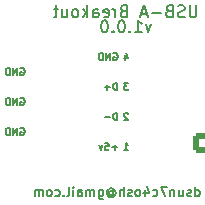
<source format=gbr>
G04 #@! TF.GenerationSoftware,KiCad,Pcbnew,8.0.6*
G04 #@! TF.CreationDate,2025-01-19T08:52:11-05:00*
G04 #@! TF.ProjectId,usbabrkout,75736261-6272-46b6-9f75-742e6b696361,v1.0.0*
G04 #@! TF.SameCoordinates,Original*
G04 #@! TF.FileFunction,Legend,Bot*
G04 #@! TF.FilePolarity,Positive*
%FSLAX46Y46*%
G04 Gerber Fmt 4.6, Leading zero omitted, Abs format (unit mm)*
G04 Created by KiCad (PCBNEW 8.0.6) date 2025-01-19 08:52:11*
%MOMM*%
%LPD*%
G01*
G04 APERTURE LIST*
G04 Aperture macros list*
%AMRoundRect*
0 Rectangle with rounded corners*
0 $1 Rounding radius*
0 $2 $3 $4 $5 $6 $7 $8 $9 X,Y pos of 4 corners*
0 Add a 4 corners polygon primitive as box body*
4,1,4,$2,$3,$4,$5,$6,$7,$8,$9,$2,$3,0*
0 Add four circle primitives for the rounded corners*
1,1,$1+$1,$2,$3*
1,1,$1+$1,$4,$5*
1,1,$1+$1,$6,$7*
1,1,$1+$1,$8,$9*
0 Add four rect primitives between the rounded corners*
20,1,$1+$1,$2,$3,$4,$5,0*
20,1,$1+$1,$4,$5,$6,$7,0*
20,1,$1+$1,$6,$7,$8,$9,0*
20,1,$1+$1,$8,$9,$2,$3,0*%
G04 Aperture macros list end*
%ADD10C,0.150000*%
%ADD11C,0.127000*%
%ADD12C,3.276600*%
%ADD13RoundRect,0.265385X0.610915X-0.610915X0.610915X0.610915X-0.610915X0.610915X-0.610915X-0.610915X0*%
%ADD14C,1.752600*%
%ADD15C,4.701600*%
%ADD16C,1.117600*%
%ADD17C,1.625600*%
G04 APERTURE END LIST*
D10*
X144382856Y-95038152D02*
X144144761Y-95704819D01*
X144144761Y-95704819D02*
X143906666Y-95038152D01*
X143001904Y-95704819D02*
X143573332Y-95704819D01*
X143287618Y-95704819D02*
X143287618Y-94704819D01*
X143287618Y-94704819D02*
X143382856Y-94847676D01*
X143382856Y-94847676D02*
X143478094Y-94942914D01*
X143478094Y-94942914D02*
X143573332Y-94990533D01*
X142573332Y-95609580D02*
X142525713Y-95657200D01*
X142525713Y-95657200D02*
X142573332Y-95704819D01*
X142573332Y-95704819D02*
X142620951Y-95657200D01*
X142620951Y-95657200D02*
X142573332Y-95609580D01*
X142573332Y-95609580D02*
X142573332Y-95704819D01*
X141906666Y-94704819D02*
X141811428Y-94704819D01*
X141811428Y-94704819D02*
X141716190Y-94752438D01*
X141716190Y-94752438D02*
X141668571Y-94800057D01*
X141668571Y-94800057D02*
X141620952Y-94895295D01*
X141620952Y-94895295D02*
X141573333Y-95085771D01*
X141573333Y-95085771D02*
X141573333Y-95323866D01*
X141573333Y-95323866D02*
X141620952Y-95514342D01*
X141620952Y-95514342D02*
X141668571Y-95609580D01*
X141668571Y-95609580D02*
X141716190Y-95657200D01*
X141716190Y-95657200D02*
X141811428Y-95704819D01*
X141811428Y-95704819D02*
X141906666Y-95704819D01*
X141906666Y-95704819D02*
X142001904Y-95657200D01*
X142001904Y-95657200D02*
X142049523Y-95609580D01*
X142049523Y-95609580D02*
X142097142Y-95514342D01*
X142097142Y-95514342D02*
X142144761Y-95323866D01*
X142144761Y-95323866D02*
X142144761Y-95085771D01*
X142144761Y-95085771D02*
X142097142Y-94895295D01*
X142097142Y-94895295D02*
X142049523Y-94800057D01*
X142049523Y-94800057D02*
X142001904Y-94752438D01*
X142001904Y-94752438D02*
X141906666Y-94704819D01*
X141144761Y-95609580D02*
X141097142Y-95657200D01*
X141097142Y-95657200D02*
X141144761Y-95704819D01*
X141144761Y-95704819D02*
X141192380Y-95657200D01*
X141192380Y-95657200D02*
X141144761Y-95609580D01*
X141144761Y-95609580D02*
X141144761Y-95704819D01*
X140478095Y-94704819D02*
X140382857Y-94704819D01*
X140382857Y-94704819D02*
X140287619Y-94752438D01*
X140287619Y-94752438D02*
X140240000Y-94800057D01*
X140240000Y-94800057D02*
X140192381Y-94895295D01*
X140192381Y-94895295D02*
X140144762Y-95085771D01*
X140144762Y-95085771D02*
X140144762Y-95323866D01*
X140144762Y-95323866D02*
X140192381Y-95514342D01*
X140192381Y-95514342D02*
X140240000Y-95609580D01*
X140240000Y-95609580D02*
X140287619Y-95657200D01*
X140287619Y-95657200D02*
X140382857Y-95704819D01*
X140382857Y-95704819D02*
X140478095Y-95704819D01*
X140478095Y-95704819D02*
X140573333Y-95657200D01*
X140573333Y-95657200D02*
X140620952Y-95609580D01*
X140620952Y-95609580D02*
X140668571Y-95514342D01*
X140668571Y-95514342D02*
X140716190Y-95323866D01*
X140716190Y-95323866D02*
X140716190Y-95085771D01*
X140716190Y-95085771D02*
X140668571Y-94895295D01*
X140668571Y-94895295D02*
X140620952Y-94800057D01*
X140620952Y-94800057D02*
X140573333Y-94752438D01*
X140573333Y-94752438D02*
X140478095Y-94704819D01*
X148216190Y-93434819D02*
X148216190Y-94244342D01*
X148216190Y-94244342D02*
X148168571Y-94339580D01*
X148168571Y-94339580D02*
X148120952Y-94387200D01*
X148120952Y-94387200D02*
X148025714Y-94434819D01*
X148025714Y-94434819D02*
X147835238Y-94434819D01*
X147835238Y-94434819D02*
X147740000Y-94387200D01*
X147740000Y-94387200D02*
X147692381Y-94339580D01*
X147692381Y-94339580D02*
X147644762Y-94244342D01*
X147644762Y-94244342D02*
X147644762Y-93434819D01*
X147216190Y-94387200D02*
X147073333Y-94434819D01*
X147073333Y-94434819D02*
X146835238Y-94434819D01*
X146835238Y-94434819D02*
X146740000Y-94387200D01*
X146740000Y-94387200D02*
X146692381Y-94339580D01*
X146692381Y-94339580D02*
X146644762Y-94244342D01*
X146644762Y-94244342D02*
X146644762Y-94149104D01*
X146644762Y-94149104D02*
X146692381Y-94053866D01*
X146692381Y-94053866D02*
X146740000Y-94006247D01*
X146740000Y-94006247D02*
X146835238Y-93958628D01*
X146835238Y-93958628D02*
X147025714Y-93911009D01*
X147025714Y-93911009D02*
X147120952Y-93863390D01*
X147120952Y-93863390D02*
X147168571Y-93815771D01*
X147168571Y-93815771D02*
X147216190Y-93720533D01*
X147216190Y-93720533D02*
X147216190Y-93625295D01*
X147216190Y-93625295D02*
X147168571Y-93530057D01*
X147168571Y-93530057D02*
X147120952Y-93482438D01*
X147120952Y-93482438D02*
X147025714Y-93434819D01*
X147025714Y-93434819D02*
X146787619Y-93434819D01*
X146787619Y-93434819D02*
X146644762Y-93482438D01*
X145882857Y-93911009D02*
X145740000Y-93958628D01*
X145740000Y-93958628D02*
X145692381Y-94006247D01*
X145692381Y-94006247D02*
X145644762Y-94101485D01*
X145644762Y-94101485D02*
X145644762Y-94244342D01*
X145644762Y-94244342D02*
X145692381Y-94339580D01*
X145692381Y-94339580D02*
X145740000Y-94387200D01*
X145740000Y-94387200D02*
X145835238Y-94434819D01*
X145835238Y-94434819D02*
X146216190Y-94434819D01*
X146216190Y-94434819D02*
X146216190Y-93434819D01*
X146216190Y-93434819D02*
X145882857Y-93434819D01*
X145882857Y-93434819D02*
X145787619Y-93482438D01*
X145787619Y-93482438D02*
X145740000Y-93530057D01*
X145740000Y-93530057D02*
X145692381Y-93625295D01*
X145692381Y-93625295D02*
X145692381Y-93720533D01*
X145692381Y-93720533D02*
X145740000Y-93815771D01*
X145740000Y-93815771D02*
X145787619Y-93863390D01*
X145787619Y-93863390D02*
X145882857Y-93911009D01*
X145882857Y-93911009D02*
X146216190Y-93911009D01*
X145216190Y-94053866D02*
X144454286Y-94053866D01*
X144025714Y-94149104D02*
X143549524Y-94149104D01*
X144120952Y-94434819D02*
X143787619Y-93434819D01*
X143787619Y-93434819D02*
X143454286Y-94434819D01*
X142025714Y-93911009D02*
X141882857Y-93958628D01*
X141882857Y-93958628D02*
X141835238Y-94006247D01*
X141835238Y-94006247D02*
X141787619Y-94101485D01*
X141787619Y-94101485D02*
X141787619Y-94244342D01*
X141787619Y-94244342D02*
X141835238Y-94339580D01*
X141835238Y-94339580D02*
X141882857Y-94387200D01*
X141882857Y-94387200D02*
X141978095Y-94434819D01*
X141978095Y-94434819D02*
X142359047Y-94434819D01*
X142359047Y-94434819D02*
X142359047Y-93434819D01*
X142359047Y-93434819D02*
X142025714Y-93434819D01*
X142025714Y-93434819D02*
X141930476Y-93482438D01*
X141930476Y-93482438D02*
X141882857Y-93530057D01*
X141882857Y-93530057D02*
X141835238Y-93625295D01*
X141835238Y-93625295D02*
X141835238Y-93720533D01*
X141835238Y-93720533D02*
X141882857Y-93815771D01*
X141882857Y-93815771D02*
X141930476Y-93863390D01*
X141930476Y-93863390D02*
X142025714Y-93911009D01*
X142025714Y-93911009D02*
X142359047Y-93911009D01*
X141359047Y-94434819D02*
X141359047Y-93768152D01*
X141359047Y-93958628D02*
X141311428Y-93863390D01*
X141311428Y-93863390D02*
X141263809Y-93815771D01*
X141263809Y-93815771D02*
X141168571Y-93768152D01*
X141168571Y-93768152D02*
X141073333Y-93768152D01*
X140359047Y-94387200D02*
X140454285Y-94434819D01*
X140454285Y-94434819D02*
X140644761Y-94434819D01*
X140644761Y-94434819D02*
X140739999Y-94387200D01*
X140739999Y-94387200D02*
X140787618Y-94291961D01*
X140787618Y-94291961D02*
X140787618Y-93911009D01*
X140787618Y-93911009D02*
X140739999Y-93815771D01*
X140739999Y-93815771D02*
X140644761Y-93768152D01*
X140644761Y-93768152D02*
X140454285Y-93768152D01*
X140454285Y-93768152D02*
X140359047Y-93815771D01*
X140359047Y-93815771D02*
X140311428Y-93911009D01*
X140311428Y-93911009D02*
X140311428Y-94006247D01*
X140311428Y-94006247D02*
X140787618Y-94101485D01*
X139454285Y-94434819D02*
X139454285Y-93911009D01*
X139454285Y-93911009D02*
X139501904Y-93815771D01*
X139501904Y-93815771D02*
X139597142Y-93768152D01*
X139597142Y-93768152D02*
X139787618Y-93768152D01*
X139787618Y-93768152D02*
X139882856Y-93815771D01*
X139454285Y-94387200D02*
X139549523Y-94434819D01*
X139549523Y-94434819D02*
X139787618Y-94434819D01*
X139787618Y-94434819D02*
X139882856Y-94387200D01*
X139882856Y-94387200D02*
X139930475Y-94291961D01*
X139930475Y-94291961D02*
X139930475Y-94196723D01*
X139930475Y-94196723D02*
X139882856Y-94101485D01*
X139882856Y-94101485D02*
X139787618Y-94053866D01*
X139787618Y-94053866D02*
X139549523Y-94053866D01*
X139549523Y-94053866D02*
X139454285Y-94006247D01*
X138978094Y-94434819D02*
X138978094Y-93434819D01*
X138882856Y-94053866D02*
X138597142Y-94434819D01*
X138597142Y-93768152D02*
X138978094Y-94149104D01*
X138025713Y-94434819D02*
X138120951Y-94387200D01*
X138120951Y-94387200D02*
X138168570Y-94339580D01*
X138168570Y-94339580D02*
X138216189Y-94244342D01*
X138216189Y-94244342D02*
X138216189Y-93958628D01*
X138216189Y-93958628D02*
X138168570Y-93863390D01*
X138168570Y-93863390D02*
X138120951Y-93815771D01*
X138120951Y-93815771D02*
X138025713Y-93768152D01*
X138025713Y-93768152D02*
X137882856Y-93768152D01*
X137882856Y-93768152D02*
X137787618Y-93815771D01*
X137787618Y-93815771D02*
X137739999Y-93863390D01*
X137739999Y-93863390D02*
X137692380Y-93958628D01*
X137692380Y-93958628D02*
X137692380Y-94244342D01*
X137692380Y-94244342D02*
X137739999Y-94339580D01*
X137739999Y-94339580D02*
X137787618Y-94387200D01*
X137787618Y-94387200D02*
X137882856Y-94434819D01*
X137882856Y-94434819D02*
X138025713Y-94434819D01*
X136835237Y-93768152D02*
X136835237Y-94434819D01*
X137263808Y-93768152D02*
X137263808Y-94291961D01*
X137263808Y-94291961D02*
X137216189Y-94387200D01*
X137216189Y-94387200D02*
X137120951Y-94434819D01*
X137120951Y-94434819D02*
X136978094Y-94434819D01*
X136978094Y-94434819D02*
X136882856Y-94387200D01*
X136882856Y-94387200D02*
X136835237Y-94339580D01*
X136501903Y-93768152D02*
X136120951Y-93768152D01*
X136359046Y-93434819D02*
X136359046Y-94291961D01*
X136359046Y-94291961D02*
X136311427Y-94387200D01*
X136311427Y-94387200D02*
X136216189Y-94434819D01*
X136216189Y-94434819D02*
X136120951Y-94434819D01*
D11*
X133317305Y-103839538D02*
X133374448Y-103810967D01*
X133374448Y-103810967D02*
X133460162Y-103810967D01*
X133460162Y-103810967D02*
X133545876Y-103839538D01*
X133545876Y-103839538D02*
X133603019Y-103896681D01*
X133603019Y-103896681D02*
X133631590Y-103953824D01*
X133631590Y-103953824D02*
X133660162Y-104068110D01*
X133660162Y-104068110D02*
X133660162Y-104153824D01*
X133660162Y-104153824D02*
X133631590Y-104268110D01*
X133631590Y-104268110D02*
X133603019Y-104325253D01*
X133603019Y-104325253D02*
X133545876Y-104382396D01*
X133545876Y-104382396D02*
X133460162Y-104410967D01*
X133460162Y-104410967D02*
X133403019Y-104410967D01*
X133403019Y-104410967D02*
X133317305Y-104382396D01*
X133317305Y-104382396D02*
X133288733Y-104353824D01*
X133288733Y-104353824D02*
X133288733Y-104153824D01*
X133288733Y-104153824D02*
X133403019Y-104153824D01*
X133031590Y-104410967D02*
X133031590Y-103810967D01*
X133031590Y-103810967D02*
X132688733Y-104410967D01*
X132688733Y-104410967D02*
X132688733Y-103810967D01*
X132403019Y-104410967D02*
X132403019Y-103810967D01*
X132403019Y-103810967D02*
X132260162Y-103810967D01*
X132260162Y-103810967D02*
X132174448Y-103839538D01*
X132174448Y-103839538D02*
X132117305Y-103896681D01*
X132117305Y-103896681D02*
X132088734Y-103953824D01*
X132088734Y-103953824D02*
X132060162Y-104068110D01*
X132060162Y-104068110D02*
X132060162Y-104153824D01*
X132060162Y-104153824D02*
X132088734Y-104268110D01*
X132088734Y-104268110D02*
X132117305Y-104325253D01*
X132117305Y-104325253D02*
X132174448Y-104382396D01*
X132174448Y-104382396D02*
X132260162Y-104410967D01*
X132260162Y-104410967D02*
X132403019Y-104410967D01*
X133317305Y-101299538D02*
X133374448Y-101270967D01*
X133374448Y-101270967D02*
X133460162Y-101270967D01*
X133460162Y-101270967D02*
X133545876Y-101299538D01*
X133545876Y-101299538D02*
X133603019Y-101356681D01*
X133603019Y-101356681D02*
X133631590Y-101413824D01*
X133631590Y-101413824D02*
X133660162Y-101528110D01*
X133660162Y-101528110D02*
X133660162Y-101613824D01*
X133660162Y-101613824D02*
X133631590Y-101728110D01*
X133631590Y-101728110D02*
X133603019Y-101785253D01*
X133603019Y-101785253D02*
X133545876Y-101842396D01*
X133545876Y-101842396D02*
X133460162Y-101870967D01*
X133460162Y-101870967D02*
X133403019Y-101870967D01*
X133403019Y-101870967D02*
X133317305Y-101842396D01*
X133317305Y-101842396D02*
X133288733Y-101813824D01*
X133288733Y-101813824D02*
X133288733Y-101613824D01*
X133288733Y-101613824D02*
X133403019Y-101613824D01*
X133031590Y-101870967D02*
X133031590Y-101270967D01*
X133031590Y-101270967D02*
X132688733Y-101870967D01*
X132688733Y-101870967D02*
X132688733Y-101270967D01*
X132403019Y-101870967D02*
X132403019Y-101270967D01*
X132403019Y-101270967D02*
X132260162Y-101270967D01*
X132260162Y-101270967D02*
X132174448Y-101299538D01*
X132174448Y-101299538D02*
X132117305Y-101356681D01*
X132117305Y-101356681D02*
X132088734Y-101413824D01*
X132088734Y-101413824D02*
X132060162Y-101528110D01*
X132060162Y-101528110D02*
X132060162Y-101613824D01*
X132060162Y-101613824D02*
X132088734Y-101728110D01*
X132088734Y-101728110D02*
X132117305Y-101785253D01*
X132117305Y-101785253D02*
X132174448Y-101842396D01*
X132174448Y-101842396D02*
X132260162Y-101870967D01*
X132260162Y-101870967D02*
X132403019Y-101870967D01*
X133317305Y-98759538D02*
X133374448Y-98730967D01*
X133374448Y-98730967D02*
X133460162Y-98730967D01*
X133460162Y-98730967D02*
X133545876Y-98759538D01*
X133545876Y-98759538D02*
X133603019Y-98816681D01*
X133603019Y-98816681D02*
X133631590Y-98873824D01*
X133631590Y-98873824D02*
X133660162Y-98988110D01*
X133660162Y-98988110D02*
X133660162Y-99073824D01*
X133660162Y-99073824D02*
X133631590Y-99188110D01*
X133631590Y-99188110D02*
X133603019Y-99245253D01*
X133603019Y-99245253D02*
X133545876Y-99302396D01*
X133545876Y-99302396D02*
X133460162Y-99330967D01*
X133460162Y-99330967D02*
X133403019Y-99330967D01*
X133403019Y-99330967D02*
X133317305Y-99302396D01*
X133317305Y-99302396D02*
X133288733Y-99273824D01*
X133288733Y-99273824D02*
X133288733Y-99073824D01*
X133288733Y-99073824D02*
X133403019Y-99073824D01*
X133031590Y-99330967D02*
X133031590Y-98730967D01*
X133031590Y-98730967D02*
X132688733Y-99330967D01*
X132688733Y-99330967D02*
X132688733Y-98730967D01*
X132403019Y-99330967D02*
X132403019Y-98730967D01*
X132403019Y-98730967D02*
X132260162Y-98730967D01*
X132260162Y-98730967D02*
X132174448Y-98759538D01*
X132174448Y-98759538D02*
X132117305Y-98816681D01*
X132117305Y-98816681D02*
X132088734Y-98873824D01*
X132088734Y-98873824D02*
X132060162Y-98988110D01*
X132060162Y-98988110D02*
X132060162Y-99073824D01*
X132060162Y-99073824D02*
X132088734Y-99188110D01*
X132088734Y-99188110D02*
X132117305Y-99245253D01*
X132117305Y-99245253D02*
X132174448Y-99302396D01*
X132174448Y-99302396D02*
X132260162Y-99330967D01*
X132260162Y-99330967D02*
X132403019Y-99330967D01*
X142137448Y-97660967D02*
X142137448Y-98060967D01*
X142280305Y-97432396D02*
X142423162Y-97860967D01*
X142423162Y-97860967D02*
X142051733Y-97860967D01*
X142451733Y-100000967D02*
X142080305Y-100000967D01*
X142080305Y-100000967D02*
X142280305Y-100229538D01*
X142280305Y-100229538D02*
X142194590Y-100229538D01*
X142194590Y-100229538D02*
X142137448Y-100258110D01*
X142137448Y-100258110D02*
X142108876Y-100286681D01*
X142108876Y-100286681D02*
X142080305Y-100343824D01*
X142080305Y-100343824D02*
X142080305Y-100486681D01*
X142080305Y-100486681D02*
X142108876Y-100543824D01*
X142108876Y-100543824D02*
X142137448Y-100572396D01*
X142137448Y-100572396D02*
X142194590Y-100600967D01*
X142194590Y-100600967D02*
X142366019Y-100600967D01*
X142366019Y-100600967D02*
X142423162Y-100572396D01*
X142423162Y-100572396D02*
X142451733Y-100543824D01*
X142423162Y-102598110D02*
X142394590Y-102569538D01*
X142394590Y-102569538D02*
X142337448Y-102540967D01*
X142337448Y-102540967D02*
X142194590Y-102540967D01*
X142194590Y-102540967D02*
X142137448Y-102569538D01*
X142137448Y-102569538D02*
X142108876Y-102598110D01*
X142108876Y-102598110D02*
X142080305Y-102655253D01*
X142080305Y-102655253D02*
X142080305Y-102712396D01*
X142080305Y-102712396D02*
X142108876Y-102798110D01*
X142108876Y-102798110D02*
X142451733Y-103140967D01*
X142451733Y-103140967D02*
X142080305Y-103140967D01*
X141505590Y-103140967D02*
X141505590Y-102540967D01*
X141505590Y-102540967D02*
X141362733Y-102540967D01*
X141362733Y-102540967D02*
X141277019Y-102569538D01*
X141277019Y-102569538D02*
X141219876Y-102626681D01*
X141219876Y-102626681D02*
X141191305Y-102683824D01*
X141191305Y-102683824D02*
X141162733Y-102798110D01*
X141162733Y-102798110D02*
X141162733Y-102883824D01*
X141162733Y-102883824D02*
X141191305Y-102998110D01*
X141191305Y-102998110D02*
X141219876Y-103055253D01*
X141219876Y-103055253D02*
X141277019Y-103112396D01*
X141277019Y-103112396D02*
X141362733Y-103140967D01*
X141362733Y-103140967D02*
X141505590Y-103140967D01*
X140905590Y-102912396D02*
X140448448Y-102912396D01*
X141505590Y-100600967D02*
X141505590Y-100000967D01*
X141505590Y-100000967D02*
X141362733Y-100000967D01*
X141362733Y-100000967D02*
X141277019Y-100029538D01*
X141277019Y-100029538D02*
X141219876Y-100086681D01*
X141219876Y-100086681D02*
X141191305Y-100143824D01*
X141191305Y-100143824D02*
X141162733Y-100258110D01*
X141162733Y-100258110D02*
X141162733Y-100343824D01*
X141162733Y-100343824D02*
X141191305Y-100458110D01*
X141191305Y-100458110D02*
X141219876Y-100515253D01*
X141219876Y-100515253D02*
X141277019Y-100572396D01*
X141277019Y-100572396D02*
X141362733Y-100600967D01*
X141362733Y-100600967D02*
X141505590Y-100600967D01*
X140905590Y-100372396D02*
X140448448Y-100372396D01*
X140677019Y-100600967D02*
X140677019Y-100143824D01*
X141191305Y-97489538D02*
X141248448Y-97460967D01*
X141248448Y-97460967D02*
X141334162Y-97460967D01*
X141334162Y-97460967D02*
X141419876Y-97489538D01*
X141419876Y-97489538D02*
X141477019Y-97546681D01*
X141477019Y-97546681D02*
X141505590Y-97603824D01*
X141505590Y-97603824D02*
X141534162Y-97718110D01*
X141534162Y-97718110D02*
X141534162Y-97803824D01*
X141534162Y-97803824D02*
X141505590Y-97918110D01*
X141505590Y-97918110D02*
X141477019Y-97975253D01*
X141477019Y-97975253D02*
X141419876Y-98032396D01*
X141419876Y-98032396D02*
X141334162Y-98060967D01*
X141334162Y-98060967D02*
X141277019Y-98060967D01*
X141277019Y-98060967D02*
X141191305Y-98032396D01*
X141191305Y-98032396D02*
X141162733Y-98003824D01*
X141162733Y-98003824D02*
X141162733Y-97803824D01*
X141162733Y-97803824D02*
X141277019Y-97803824D01*
X140905590Y-98060967D02*
X140905590Y-97460967D01*
X140905590Y-97460967D02*
X140562733Y-98060967D01*
X140562733Y-98060967D02*
X140562733Y-97460967D01*
X140277019Y-98060967D02*
X140277019Y-97460967D01*
X140277019Y-97460967D02*
X140134162Y-97460967D01*
X140134162Y-97460967D02*
X140048448Y-97489538D01*
X140048448Y-97489538D02*
X139991305Y-97546681D01*
X139991305Y-97546681D02*
X139962734Y-97603824D01*
X139962734Y-97603824D02*
X139934162Y-97718110D01*
X139934162Y-97718110D02*
X139934162Y-97803824D01*
X139934162Y-97803824D02*
X139962734Y-97918110D01*
X139962734Y-97918110D02*
X139991305Y-97975253D01*
X139991305Y-97975253D02*
X140048448Y-98032396D01*
X140048448Y-98032396D02*
X140134162Y-98060967D01*
X140134162Y-98060967D02*
X140277019Y-98060967D01*
X142080305Y-105680967D02*
X142423162Y-105680967D01*
X142251733Y-105680967D02*
X142251733Y-105080967D01*
X142251733Y-105080967D02*
X142308876Y-105166681D01*
X142308876Y-105166681D02*
X142366019Y-105223824D01*
X142366019Y-105223824D02*
X142423162Y-105252396D01*
X141505590Y-105452396D02*
X141048448Y-105452396D01*
X141277019Y-105680967D02*
X141277019Y-105223824D01*
X140477019Y-105080967D02*
X140762733Y-105080967D01*
X140762733Y-105080967D02*
X140791305Y-105366681D01*
X140791305Y-105366681D02*
X140762733Y-105338110D01*
X140762733Y-105338110D02*
X140705591Y-105309538D01*
X140705591Y-105309538D02*
X140562733Y-105309538D01*
X140562733Y-105309538D02*
X140505591Y-105338110D01*
X140505591Y-105338110D02*
X140477019Y-105366681D01*
X140477019Y-105366681D02*
X140448448Y-105423824D01*
X140448448Y-105423824D02*
X140448448Y-105566681D01*
X140448448Y-105566681D02*
X140477019Y-105623824D01*
X140477019Y-105623824D02*
X140505591Y-105652396D01*
X140505591Y-105652396D02*
X140562733Y-105680967D01*
X140562733Y-105680967D02*
X140705591Y-105680967D01*
X140705591Y-105680967D02*
X140762733Y-105652396D01*
X140762733Y-105652396D02*
X140791305Y-105623824D01*
X140248447Y-105280967D02*
X140105590Y-105680967D01*
X140105590Y-105680967D02*
X139962733Y-105280967D01*
D10*
X148106572Y-109582295D02*
X148106572Y-108782295D01*
X148106572Y-109544200D02*
X148182763Y-109582295D01*
X148182763Y-109582295D02*
X148335144Y-109582295D01*
X148335144Y-109582295D02*
X148411334Y-109544200D01*
X148411334Y-109544200D02*
X148449429Y-109506104D01*
X148449429Y-109506104D02*
X148487525Y-109429914D01*
X148487525Y-109429914D02*
X148487525Y-109201342D01*
X148487525Y-109201342D02*
X148449429Y-109125152D01*
X148449429Y-109125152D02*
X148411334Y-109087057D01*
X148411334Y-109087057D02*
X148335144Y-109048961D01*
X148335144Y-109048961D02*
X148182763Y-109048961D01*
X148182763Y-109048961D02*
X148106572Y-109087057D01*
X147763715Y-109544200D02*
X147687524Y-109582295D01*
X147687524Y-109582295D02*
X147535143Y-109582295D01*
X147535143Y-109582295D02*
X147458953Y-109544200D01*
X147458953Y-109544200D02*
X147420857Y-109468009D01*
X147420857Y-109468009D02*
X147420857Y-109429914D01*
X147420857Y-109429914D02*
X147458953Y-109353723D01*
X147458953Y-109353723D02*
X147535143Y-109315628D01*
X147535143Y-109315628D02*
X147649429Y-109315628D01*
X147649429Y-109315628D02*
X147725619Y-109277533D01*
X147725619Y-109277533D02*
X147763715Y-109201342D01*
X147763715Y-109201342D02*
X147763715Y-109163247D01*
X147763715Y-109163247D02*
X147725619Y-109087057D01*
X147725619Y-109087057D02*
X147649429Y-109048961D01*
X147649429Y-109048961D02*
X147535143Y-109048961D01*
X147535143Y-109048961D02*
X147458953Y-109087057D01*
X146735143Y-109048961D02*
X146735143Y-109582295D01*
X147078000Y-109048961D02*
X147078000Y-109468009D01*
X147078000Y-109468009D02*
X147039905Y-109544200D01*
X147039905Y-109544200D02*
X146963715Y-109582295D01*
X146963715Y-109582295D02*
X146849429Y-109582295D01*
X146849429Y-109582295D02*
X146773238Y-109544200D01*
X146773238Y-109544200D02*
X146735143Y-109506104D01*
X146354190Y-109048961D02*
X146354190Y-109582295D01*
X146354190Y-109125152D02*
X146316095Y-109087057D01*
X146316095Y-109087057D02*
X146239905Y-109048961D01*
X146239905Y-109048961D02*
X146125619Y-109048961D01*
X146125619Y-109048961D02*
X146049428Y-109087057D01*
X146049428Y-109087057D02*
X146011333Y-109163247D01*
X146011333Y-109163247D02*
X146011333Y-109582295D01*
X145706571Y-108782295D02*
X145173237Y-108782295D01*
X145173237Y-108782295D02*
X145516095Y-109582295D01*
X144525618Y-109544200D02*
X144601809Y-109582295D01*
X144601809Y-109582295D02*
X144754190Y-109582295D01*
X144754190Y-109582295D02*
X144830380Y-109544200D01*
X144830380Y-109544200D02*
X144868475Y-109506104D01*
X144868475Y-109506104D02*
X144906571Y-109429914D01*
X144906571Y-109429914D02*
X144906571Y-109201342D01*
X144906571Y-109201342D02*
X144868475Y-109125152D01*
X144868475Y-109125152D02*
X144830380Y-109087057D01*
X144830380Y-109087057D02*
X144754190Y-109048961D01*
X144754190Y-109048961D02*
X144601809Y-109048961D01*
X144601809Y-109048961D02*
X144525618Y-109087057D01*
X143839904Y-109048961D02*
X143839904Y-109582295D01*
X144030380Y-108744200D02*
X144220857Y-109315628D01*
X144220857Y-109315628D02*
X143725618Y-109315628D01*
X143306571Y-109582295D02*
X143382761Y-109544200D01*
X143382761Y-109544200D02*
X143420856Y-109506104D01*
X143420856Y-109506104D02*
X143458952Y-109429914D01*
X143458952Y-109429914D02*
X143458952Y-109201342D01*
X143458952Y-109201342D02*
X143420856Y-109125152D01*
X143420856Y-109125152D02*
X143382761Y-109087057D01*
X143382761Y-109087057D02*
X143306571Y-109048961D01*
X143306571Y-109048961D02*
X143192285Y-109048961D01*
X143192285Y-109048961D02*
X143116094Y-109087057D01*
X143116094Y-109087057D02*
X143077999Y-109125152D01*
X143077999Y-109125152D02*
X143039904Y-109201342D01*
X143039904Y-109201342D02*
X143039904Y-109429914D01*
X143039904Y-109429914D02*
X143077999Y-109506104D01*
X143077999Y-109506104D02*
X143116094Y-109544200D01*
X143116094Y-109544200D02*
X143192285Y-109582295D01*
X143192285Y-109582295D02*
X143306571Y-109582295D01*
X142735142Y-109544200D02*
X142658951Y-109582295D01*
X142658951Y-109582295D02*
X142506570Y-109582295D01*
X142506570Y-109582295D02*
X142430380Y-109544200D01*
X142430380Y-109544200D02*
X142392284Y-109468009D01*
X142392284Y-109468009D02*
X142392284Y-109429914D01*
X142392284Y-109429914D02*
X142430380Y-109353723D01*
X142430380Y-109353723D02*
X142506570Y-109315628D01*
X142506570Y-109315628D02*
X142620856Y-109315628D01*
X142620856Y-109315628D02*
X142697046Y-109277533D01*
X142697046Y-109277533D02*
X142735142Y-109201342D01*
X142735142Y-109201342D02*
X142735142Y-109163247D01*
X142735142Y-109163247D02*
X142697046Y-109087057D01*
X142697046Y-109087057D02*
X142620856Y-109048961D01*
X142620856Y-109048961D02*
X142506570Y-109048961D01*
X142506570Y-109048961D02*
X142430380Y-109087057D01*
X142049427Y-109582295D02*
X142049427Y-108782295D01*
X141706570Y-109582295D02*
X141706570Y-109163247D01*
X141706570Y-109163247D02*
X141744665Y-109087057D01*
X141744665Y-109087057D02*
X141820856Y-109048961D01*
X141820856Y-109048961D02*
X141935142Y-109048961D01*
X141935142Y-109048961D02*
X142011332Y-109087057D01*
X142011332Y-109087057D02*
X142049427Y-109125152D01*
X140830379Y-109201342D02*
X140868474Y-109163247D01*
X140868474Y-109163247D02*
X140944665Y-109125152D01*
X140944665Y-109125152D02*
X141020855Y-109125152D01*
X141020855Y-109125152D02*
X141097046Y-109163247D01*
X141097046Y-109163247D02*
X141135141Y-109201342D01*
X141135141Y-109201342D02*
X141173236Y-109277533D01*
X141173236Y-109277533D02*
X141173236Y-109353723D01*
X141173236Y-109353723D02*
X141135141Y-109429914D01*
X141135141Y-109429914D02*
X141097046Y-109468009D01*
X141097046Y-109468009D02*
X141020855Y-109506104D01*
X141020855Y-109506104D02*
X140944665Y-109506104D01*
X140944665Y-109506104D02*
X140868474Y-109468009D01*
X140868474Y-109468009D02*
X140830379Y-109429914D01*
X140830379Y-109125152D02*
X140830379Y-109429914D01*
X140830379Y-109429914D02*
X140792284Y-109468009D01*
X140792284Y-109468009D02*
X140754189Y-109468009D01*
X140754189Y-109468009D02*
X140677998Y-109429914D01*
X140677998Y-109429914D02*
X140639903Y-109353723D01*
X140639903Y-109353723D02*
X140639903Y-109163247D01*
X140639903Y-109163247D02*
X140716094Y-109048961D01*
X140716094Y-109048961D02*
X140830379Y-108972771D01*
X140830379Y-108972771D02*
X140982760Y-108934676D01*
X140982760Y-108934676D02*
X141135141Y-108972771D01*
X141135141Y-108972771D02*
X141249427Y-109048961D01*
X141249427Y-109048961D02*
X141325617Y-109163247D01*
X141325617Y-109163247D02*
X141363713Y-109315628D01*
X141363713Y-109315628D02*
X141325617Y-109468009D01*
X141325617Y-109468009D02*
X141249427Y-109582295D01*
X141249427Y-109582295D02*
X141135141Y-109658485D01*
X141135141Y-109658485D02*
X140982760Y-109696580D01*
X140982760Y-109696580D02*
X140830379Y-109658485D01*
X140830379Y-109658485D02*
X140716094Y-109582295D01*
X139954189Y-109048961D02*
X139954189Y-109696580D01*
X139954189Y-109696580D02*
X139992284Y-109772771D01*
X139992284Y-109772771D02*
X140030380Y-109810866D01*
X140030380Y-109810866D02*
X140106570Y-109848961D01*
X140106570Y-109848961D02*
X140220856Y-109848961D01*
X140220856Y-109848961D02*
X140297046Y-109810866D01*
X139954189Y-109544200D02*
X140030380Y-109582295D01*
X140030380Y-109582295D02*
X140182761Y-109582295D01*
X140182761Y-109582295D02*
X140258951Y-109544200D01*
X140258951Y-109544200D02*
X140297046Y-109506104D01*
X140297046Y-109506104D02*
X140335142Y-109429914D01*
X140335142Y-109429914D02*
X140335142Y-109201342D01*
X140335142Y-109201342D02*
X140297046Y-109125152D01*
X140297046Y-109125152D02*
X140258951Y-109087057D01*
X140258951Y-109087057D02*
X140182761Y-109048961D01*
X140182761Y-109048961D02*
X140030380Y-109048961D01*
X140030380Y-109048961D02*
X139954189Y-109087057D01*
X139573236Y-109582295D02*
X139573236Y-109048961D01*
X139573236Y-109125152D02*
X139535141Y-109087057D01*
X139535141Y-109087057D02*
X139458951Y-109048961D01*
X139458951Y-109048961D02*
X139344665Y-109048961D01*
X139344665Y-109048961D02*
X139268474Y-109087057D01*
X139268474Y-109087057D02*
X139230379Y-109163247D01*
X139230379Y-109163247D02*
X139230379Y-109582295D01*
X139230379Y-109163247D02*
X139192284Y-109087057D01*
X139192284Y-109087057D02*
X139116093Y-109048961D01*
X139116093Y-109048961D02*
X139001808Y-109048961D01*
X139001808Y-109048961D02*
X138925617Y-109087057D01*
X138925617Y-109087057D02*
X138887522Y-109163247D01*
X138887522Y-109163247D02*
X138887522Y-109582295D01*
X138163712Y-109582295D02*
X138163712Y-109163247D01*
X138163712Y-109163247D02*
X138201807Y-109087057D01*
X138201807Y-109087057D02*
X138277998Y-109048961D01*
X138277998Y-109048961D02*
X138430379Y-109048961D01*
X138430379Y-109048961D02*
X138506569Y-109087057D01*
X138163712Y-109544200D02*
X138239903Y-109582295D01*
X138239903Y-109582295D02*
X138430379Y-109582295D01*
X138430379Y-109582295D02*
X138506569Y-109544200D01*
X138506569Y-109544200D02*
X138544665Y-109468009D01*
X138544665Y-109468009D02*
X138544665Y-109391819D01*
X138544665Y-109391819D02*
X138506569Y-109315628D01*
X138506569Y-109315628D02*
X138430379Y-109277533D01*
X138430379Y-109277533D02*
X138239903Y-109277533D01*
X138239903Y-109277533D02*
X138163712Y-109239438D01*
X137782759Y-109582295D02*
X137782759Y-109048961D01*
X137782759Y-108782295D02*
X137820855Y-108820390D01*
X137820855Y-108820390D02*
X137782759Y-108858485D01*
X137782759Y-108858485D02*
X137744664Y-108820390D01*
X137744664Y-108820390D02*
X137782759Y-108782295D01*
X137782759Y-108782295D02*
X137782759Y-108858485D01*
X137287522Y-109582295D02*
X137363712Y-109544200D01*
X137363712Y-109544200D02*
X137401807Y-109468009D01*
X137401807Y-109468009D02*
X137401807Y-108782295D01*
X136982759Y-109506104D02*
X136944664Y-109544200D01*
X136944664Y-109544200D02*
X136982759Y-109582295D01*
X136982759Y-109582295D02*
X137020855Y-109544200D01*
X137020855Y-109544200D02*
X136982759Y-109506104D01*
X136982759Y-109506104D02*
X136982759Y-109582295D01*
X136258950Y-109544200D02*
X136335141Y-109582295D01*
X136335141Y-109582295D02*
X136487522Y-109582295D01*
X136487522Y-109582295D02*
X136563712Y-109544200D01*
X136563712Y-109544200D02*
X136601807Y-109506104D01*
X136601807Y-109506104D02*
X136639903Y-109429914D01*
X136639903Y-109429914D02*
X136639903Y-109201342D01*
X136639903Y-109201342D02*
X136601807Y-109125152D01*
X136601807Y-109125152D02*
X136563712Y-109087057D01*
X136563712Y-109087057D02*
X136487522Y-109048961D01*
X136487522Y-109048961D02*
X136335141Y-109048961D01*
X136335141Y-109048961D02*
X136258950Y-109087057D01*
X135801808Y-109582295D02*
X135877998Y-109544200D01*
X135877998Y-109544200D02*
X135916093Y-109506104D01*
X135916093Y-109506104D02*
X135954189Y-109429914D01*
X135954189Y-109429914D02*
X135954189Y-109201342D01*
X135954189Y-109201342D02*
X135916093Y-109125152D01*
X135916093Y-109125152D02*
X135877998Y-109087057D01*
X135877998Y-109087057D02*
X135801808Y-109048961D01*
X135801808Y-109048961D02*
X135687522Y-109048961D01*
X135687522Y-109048961D02*
X135611331Y-109087057D01*
X135611331Y-109087057D02*
X135573236Y-109125152D01*
X135573236Y-109125152D02*
X135535141Y-109201342D01*
X135535141Y-109201342D02*
X135535141Y-109429914D01*
X135535141Y-109429914D02*
X135573236Y-109506104D01*
X135573236Y-109506104D02*
X135611331Y-109544200D01*
X135611331Y-109544200D02*
X135687522Y-109582295D01*
X135687522Y-109582295D02*
X135801808Y-109582295D01*
X135192283Y-109582295D02*
X135192283Y-109048961D01*
X135192283Y-109125152D02*
X135154188Y-109087057D01*
X135154188Y-109087057D02*
X135077998Y-109048961D01*
X135077998Y-109048961D02*
X134963712Y-109048961D01*
X134963712Y-109048961D02*
X134887521Y-109087057D01*
X134887521Y-109087057D02*
X134849426Y-109163247D01*
X134849426Y-109163247D02*
X134849426Y-109582295D01*
X134849426Y-109163247D02*
X134811331Y-109087057D01*
X134811331Y-109087057D02*
X134735140Y-109048961D01*
X134735140Y-109048961D02*
X134620855Y-109048961D01*
X134620855Y-109048961D02*
X134544664Y-109087057D01*
X134544664Y-109087057D02*
X134506569Y-109163247D01*
X134506569Y-109163247D02*
X134506569Y-109582295D01*
%LPC*%
D12*
X132080000Y-95250000D03*
X132080000Y-107950000D03*
D13*
X148750000Y-105100000D03*
D14*
X148750000Y-102600000D03*
X148750000Y-100600000D03*
X148750000Y-98100000D03*
D15*
X151080000Y-108170000D03*
X151080000Y-95030000D03*
D16*
X129540000Y-101600000D03*
X134620000Y-101600000D03*
X134620000Y-99060000D03*
X134620000Y-104140000D03*
D17*
X143510000Y-105410000D03*
X143510000Y-102870000D03*
X143510000Y-100330000D03*
X143510000Y-97790000D03*
X139700000Y-101600000D03*
%LPD*%
M02*

</source>
